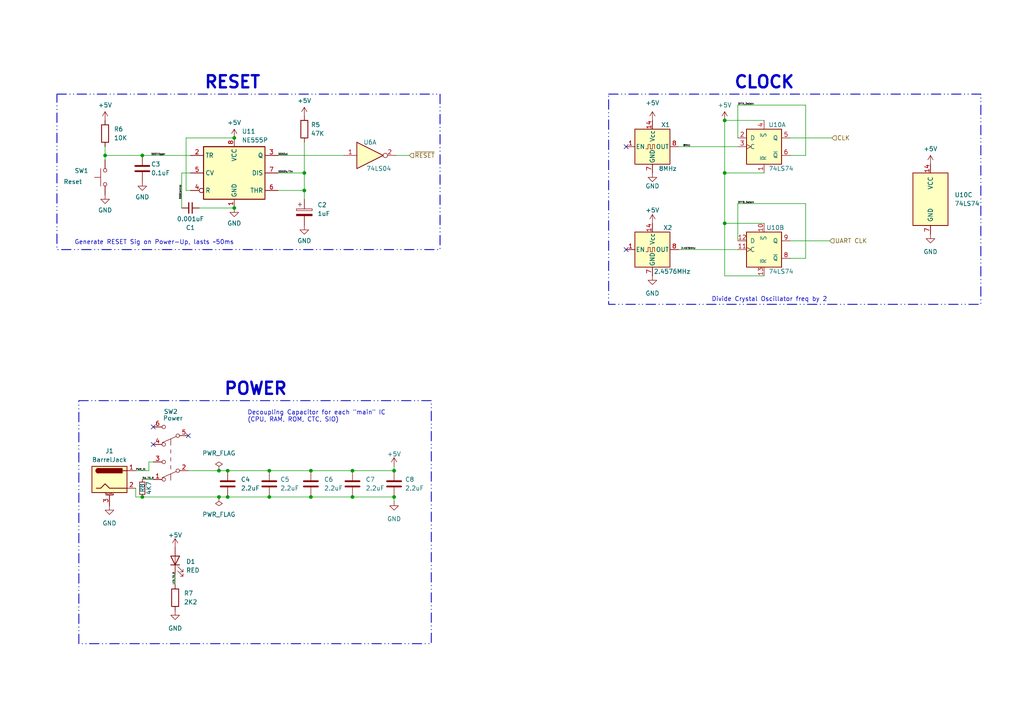
<source format=kicad_sch>
(kicad_sch (version 20230121) (generator eeschema)
  (paper "A4")
  (title_block (title "JML-8-Mini Schematic") (date "2023-10-02") (rev "A") (company "https://github.com/jac-oblong/JML") (comment 1 "Design of Z80 based microcomputer") (comment 3 "Released under MIT License") (comment 4 "Created by: Jacob Long (https://github.com/jac-oblong)"))
  (lib_symbols
    (symbol "74xx:74LS04"
      (property "Reference" "U" (at 0 1.27 0))
      (property "Value" "74LS04" (at 0 -1.27 0))
      (symbol "74LS04_1_0"
        (polyline (pts (xy -3.81 3.81) (xy -3.81 -3.81) (xy 3.81 0) (xy -3.81 3.81)) (stroke (width 0.254)) (fill (type background)))
        (pin input line (at -7.62 0 0) (length 3.81) (name "~") (number "1"))
        (pin output inverted (at 7.62 0 180) (length 3.81) (name "~") (number "2"))
      )
      (symbol "74LS04_2_0"
        (polyline (pts (xy -3.81 3.81) (xy -3.81 -3.81) (xy 3.81 0) (xy -3.81 3.81)) (stroke (width 0.254)) (fill (type background)))
        (pin input line (at -7.62 0 0) (length 3.81) (name "~") (number "3"))
        (pin output inverted (at 7.62 0 180) (length 3.81) (name "~") (number "4"))
      )
      (symbol "74LS04_3_0"
        (polyline (pts (xy -3.81 3.81) (xy -3.81 -3.81) (xy 3.81 0) (xy -3.81 3.81)) (stroke (width 0.254)) (fill (type background)))
        (pin input line (at -7.62 0 0) (length 3.81) (name "~") (number "5"))
        (pin output inverted (at 7.62 0 180) (length 3.81) (name "~") (number "6"))
      )
      (symbol "74LS04_4_0"
        (polyline (pts (xy -3.81 3.81) (xy -3.81 -3.81) (xy 3.81 0) (xy -3.81 3.81)) (stroke (width 0.254)) (fill (type background)))
        (pin output inverted (at 7.62 0 180) (length 3.81) (name "~") (number "8"))
        (pin input line (at -7.62 0 0) (length 3.81) (name "~") (number "9"))
      )
      (symbol "74LS04_5_0"
        (polyline (pts (xy -3.81 3.81) (xy -3.81 -3.81) (xy 3.81 0) (xy -3.81 3.81)) (stroke (width 0.254)) (fill (type background)))
        (pin output inverted (at 7.62 0 180) (length 3.81) (name "~") (number "10"))
        (pin input line (at -7.62 0 0) (length 3.81) (name "~") (number "11"))
      )
      (symbol "74LS04_6_0"
        (polyline (pts (xy -3.81 3.81) (xy -3.81 -3.81) (xy 3.81 0) (xy -3.81 3.81)) (stroke (width 0.254)) (fill (type background)))
        (pin output inverted (at 7.62 0 180) (length 3.81) (name "~") (number "12"))
        (pin input line (at -7.62 0 0) (length 3.81) (name "~") (number "13"))
      )
      (symbol "74LS04_7_0"
        (pin power_in line (at 0 12.7 270) (length 5.08) (name "VCC") (number "14"))
        (pin power_in line (at 0 -12.7 90) (length 5.08) (name "GND") (number "7"))
      )
      (symbol "74LS04_7_1"
        (rectangle (start -5.08 7.62) (end 5.08 -7.62) (stroke (width 0.254)) (fill (type background)))
      )
    )
    (symbol "74xx:74LS74" (pin_names (offset 1.016))
      (property "Reference" "U" (at -7.62 8.89 0))
      (property "Value" "74LS74" (at -7.62 -8.89 0))
      (symbol "74LS74_1_0"
        (pin input line (at 0 -7.62 90) (length 2.54) (name "~{R}") (number "1"))
        (pin input line (at -7.62 2.54 0) (length 2.54) (name "D") (number "2"))
        (pin input clock (at -7.62 0 0) (length 2.54) (name "C") (number "3"))
        (pin input line (at 0 7.62 270) (length 2.54) (name "~{S}") (number "4"))
        (pin output line (at 7.62 2.54 180) (length 2.54) (name "Q") (number "5"))
        (pin output line (at 7.62 -2.54 180) (length 2.54) (name "~{Q}") (number "6"))
      )
      (symbol "74LS74_1_1"
        (rectangle (start -5.08 5.08) (end 5.08 -5.08) (stroke (width 0.254)) (fill (type background)))
      )
      (symbol "74LS74_2_0"
        (pin input line (at 0 7.62 270) (length 2.54) (name "~{S}") (number "10"))
        (pin input clock (at -7.62 0 0) (length 2.54) (name "C") (number "11"))
        (pin input line (at -7.62 2.54 0) (length 2.54) (name "D") (number "12"))
        (pin input line (at 0 -7.62 90) (length 2.54) (name "~{R}") (number "13"))
        (pin output line (at 7.62 -2.54 180) (length 2.54) (name "~{Q}") (number "8"))
        (pin output line (at 7.62 2.54 180) (length 2.54) (name "Q") (number "9"))
      )
      (symbol "74LS74_2_1"
        (rectangle (start -5.08 5.08) (end 5.08 -5.08) (stroke (width 0.254)) (fill (type background)))
      )
      (symbol "74LS74_3_0"
        (pin power_in line (at 0 10.16 270) (length 2.54) (name "VCC") (number "14"))
        (pin power_in line (at 0 -10.16 90) (length 2.54) (name "GND") (number "7"))
      )
      (symbol "74LS74_3_1"
        (rectangle (start -5.08 7.62) (end 5.08 -7.62) (stroke (width 0.254)) (fill (type background)))
      )
    )
    (symbol "Device:C" (pin_numbers hide) (pin_names (offset 0.254))
      (property "Reference" "C" (at 0.635 2.54 0))
      (property "Value" "C" (at 0.635 -2.54 0))
      (symbol "C_0_1"
        (polyline (pts (xy -2.032 -0.762) (xy 2.032 -0.762)) (stroke (width 0.508)))
        (polyline (pts (xy -2.032 0.762) (xy 2.032 0.762)) (stroke (width 0.508)))
      )
      (symbol "C_1_1"
        (pin passive line (at 0 3.81 270) (length 2.794) (name "~") (number "1"))
        (pin passive line (at 0 -3.81 90) (length 2.794) (name "~") (number "2"))
      )
    )
    (symbol "Device:C_Polarized" (pin_numbers hide) (pin_names (offset 0.254))
      (property "Reference" "C" (at 0.635 2.54 0))
      (property "Value" "C_Polarized" (at 0.635 -2.54 0))
      (symbol "C_Polarized_0_1"
        (rectangle (start -2.286 0.508) (end 2.286 1.016))
        (polyline (pts (xy -1.778 2.286) (xy -0.762 2.286)))
        (polyline (pts (xy -1.27 2.794) (xy -1.27 1.778)))
        (rectangle (start 2.286 -0.508) (end -2.286 -1.016) (fill (type outline)))
      )
      (symbol "C_Polarized_1_1"
        (pin passive line (at 0 3.81 270) (length 2.794) (name "~") (number "1"))
        (pin passive line (at 0 -3.81 90) (length 2.794) (name "~") (number "2"))
      )
    )
    (symbol "Device:C_Small" (pin_numbers hide) (pin_names (offset 0.254) hide)
      (property "Reference" "C" (at 0.254 1.778 0))
      (property "Value" "C_Small" (at 0.254 -2.032 0))
      (symbol "C_Small_0_1"
        (polyline (pts (xy -1.524 -0.508) (xy 1.524 -0.508)) (stroke (width 0.3302)))
        (polyline (pts (xy -1.524 0.508) (xy 1.524 0.508)) (stroke (width 0.3048)))
      )
      (symbol "C_Small_1_1"
        (pin passive line (at 0 2.54 270) (length 2.032) (name "~") (number "1"))
        (pin passive line (at 0 -2.54 90) (length 2.032) (name "~") (number "2"))
      )
    )
    (symbol "Device:LED" (pin_numbers hide) (pin_names (offset 1.016) hide)
      (property "Reference" "D" (at 0 2.54 0))
      (property "Value" "LED" (at 0 -2.54 0))
      (symbol "LED_0_1"
        (polyline (pts (xy -1.27 -1.27) (xy -1.27 1.27)) (stroke (width 0.254)))
        (polyline (pts (xy -1.27 0) (xy 1.27 0)))
        (polyline (pts (xy 1.27 -1.27) (xy 1.27 1.27) (xy -1.27 0) (xy 1.27 -1.27)) (stroke (width 0.254)))
        (polyline (pts (xy -3.048 -0.762) (xy -4.572 -2.286) (xy -3.81 -2.286) (xy -4.572 -2.286) (xy -4.572 -1.524)))
        (polyline (pts (xy -1.778 -0.762) (xy -3.302 -2.286) (xy -2.54 -2.286) (xy -3.302 -2.286) (xy -3.302 -1.524)))
      )
      (symbol "LED_1_1"
        (pin passive line (at -3.81 0 0) (length 2.54) (name "K") (number "1"))
        (pin passive line (at 3.81 0 180) (length 2.54) (name "A") (number "2"))
      )
    )
    (symbol "Device:R" (pin_numbers hide) (pin_names (offset 0))
      (property "Reference" "R" (at 2.032 0 90))
      (property "Value" "R" (at 0 0 90))
      (symbol "R_0_1"
        (rectangle (start -1.016 -2.54) (end 1.016 2.54) (stroke (width 0.254)))
      )
      (symbol "R_1_1"
        (pin passive line (at 0 3.81 270) (length 1.27) (name "~") (number "1"))
        (pin passive line (at 0 -3.81 90) (length 1.27) (name "~") (number "2"))
      )
    )
    (symbol "Device:R_Small" (pin_numbers hide) (pin_names (offset 0.254) hide)
      (property "Reference" "R" (at 0.762 0.508 0))
      (property "Value" "R_Small" (at 0.762 -1.016 0))
      (symbol "R_Small_0_1"
        (rectangle (start -0.762 1.778) (end 0.762 -1.778) (stroke (width 0.2032)))
      )
      (symbol "R_Small_1_1"
        (pin passive line (at 0 2.54 270) (length 0.762) (name "~") (number "1"))
        (pin passive line (at 0 -2.54 90) (length 0.762) (name "~") (number "2"))
      )
    )
    (symbol "Oscillator:CXO_DIP14" (pin_names (offset 0.254))
      (property "Reference" "X" (at -5.08 6.35 0))
      (property "Value" "CXO_DIP14" (at 1.27 -6.35 0))
      (symbol "CXO_DIP14_0_1"
        (rectangle (start -5.08 5.08) (end 5.08 -5.08) (stroke (width 0.254)) (fill (type background)))
        (polyline (pts (xy -1.905 -0.635) (xy -1.27 -0.635) (xy -1.27 0.635) (xy -0.635 0.635) (xy -0.635 -0.635) (xy 0 -0.635) (xy 0 0.635) (xy 0.635 0.635) (xy 0.635 -0.635)))
      )
      (symbol "CXO_DIP14_1_1"
        (pin input line (at -7.62 0 0) (length 2.54) (name "EN") (number "1"))
        (pin power_in line (at 0 7.62 270) (length 2.54) (name "Vcc") (number "14"))
        (pin power_in line (at 0 -7.62 90) (length 2.54) (name "GND") (number "7"))
        (pin output line (at 7.62 0 180) (length 2.54) (name "OUT") (number "8"))
      )
    )
    (symbol "Switch:SW_Push" (pin_numbers hide) (pin_names (offset 1.016) hide)
      (property "Reference" "SW" (at 1.27 2.54 0))
      (property "Value" "SW_Push" (at 0 -1.524 0))
      (symbol "SW_Push_0_1"
        (circle (center -2.032 0) (radius 0.508))
        (polyline (pts (xy 0 1.27) (xy 0 3.048)))
        (polyline (pts (xy 2.54 1.27) (xy -2.54 1.27)))
        (circle (center 2.032 0) (radius 0.508))
        (pin passive line (at -5.08 0 0) (length 2.54) (name "1") (number "1"))
        (pin passive line (at 5.08 0 180) (length 2.54) (name "2") (number "2"))
      )
    )
    (symbol "Switch:SW_Push_DPDT" (pin_names (offset 0) hide)
      (property "Reference" "SW" (at 0 8.89 0))
      (property "Value" "SW_Push_DPDT" (at 0 -10.16 0))
      (symbol "SW_Push_DPDT_0_0"
        (circle (center -2.032 -5.08) (radius 0.508))
        (circle (center -2.032 5.08) (radius 0.508))
        (circle (center 2.032 -7.62) (radius 0.508))
        (circle (center 2.032 2.54) (radius 0.508))
      )
      (symbol "SW_Push_DPDT_0_1"
        (polyline (pts (xy -1.524 -4.826) (xy 2.54 -3.048)))
        (polyline (pts (xy -1.524 5.334) (xy 2.54 7.112)))
        (polyline (pts (xy 0 -2.286) (xy 0 -4.064)))
        (polyline (pts (xy 0 -1.016) (xy 0 0)))
        (polyline (pts (xy 0 1.27) (xy 0 2.286)))
        (polyline (pts (xy 0 3.556) (xy 0 4.572)))
        (polyline (pts (xy 0 7.874) (xy 0 6.096)))
        (circle (center 2.032 -2.54) (radius 0.508))
        (circle (center 2.032 7.62) (radius 0.508))
      )
      (symbol "SW_Push_DPDT_1_1"
        (pin passive line (at 5.08 7.62 180) (length 2.54) (name "A") (number "1"))
        (pin passive line (at -5.08 5.08 0) (length 2.54) (name "B") (number "2"))
        (pin passive line (at 5.08 2.54 180) (length 2.54) (name "C") (number "3"))
        (pin passive line (at 5.08 -2.54 180) (length 2.54) (name "A") (number "4"))
        (pin passive line (at -5.08 -5.08 0) (length 2.54) (name "B") (number "5"))
        (pin passive line (at 5.08 -7.62 180) (length 2.54) (name "C") (number "6"))
      )
    )
    (symbol "Timer:NE555P"
      (property "Reference" "U" (at -10.16 8.89 0))
      (property "Value" "NE555P" (at 2.54 8.89 0))
      (symbol "NE555P_0_0"
        (pin power_in line (at 0 -10.16 90) (length 2.54) (name "GND") (number "1"))
        (pin power_in line (at 0 10.16 270) (length 2.54) (name "VCC") (number "8"))
      )
      (symbol "NE555P_0_1"
        (rectangle (start -8.89 -7.62) (end 8.89 7.62) (stroke (width 0.254)) (fill (type background)))
        (rectangle (start -8.89 -7.62) (end 8.89 7.62) (stroke (width 0.254)) (fill (type background)))
      )
      (symbol "NE555P_1_1"
        (pin input line (at -12.7 5.08 0) (length 3.81) (name "TR") (number "2"))
        (pin output line (at 12.7 5.08 180) (length 3.81) (name "Q") (number "3"))
        (pin input inverted (at -12.7 -5.08 0) (length 3.81) (name "R") (number "4"))
        (pin input line (at -12.7 0 0) (length 3.81) (name "CV") (number "5"))
        (pin input line (at 12.7 -5.08 180) (length 3.81) (name "THR") (number "6"))
        (pin input line (at 12.7 0 180) (length 3.81) (name "DIS") (number "7"))
      )
    )
    (symbol "jml-8-mini-library:Barrel_Jack_MountingPin" (pin_names hide)
      (property "Reference" "J" (at 0 5.334 0))
      (property "Value" "BarrelJack" (at 1.27 -6.35 0))
      (symbol "Barrel_Jack_MountingPin_0_1"
        (rectangle (start -5.08 3.81) (end 5.08 -3.81) (stroke (width 0.254)) (fill (type background)))
        (arc (start -3.302 3.175) (mid -3.9343 2.54) (end -3.302 1.905) (stroke (width 0.254)))
        (arc (start -3.302 3.175) (mid -3.9343 2.54) (end -3.302 1.905) (stroke (width 0.254)) (fill (type outline)))
        (polyline (pts (xy 5.08 2.54) (xy 3.81 2.54)) (stroke (width 0.254)))
        (polyline (pts (xy -3.81 -2.54) (xy -2.54 -2.54) (xy -1.27 -1.27) (xy 0 -2.54) (xy 2.54 -2.54) (xy 5.08 -2.54)) (stroke (width 0.254)))
        (rectangle (start 3.683 3.175) (end -3.302 1.905) (stroke (width 0.254)) (fill (type outline)))
      )
      (symbol "Barrel_Jack_MountingPin_1_1"
        (polyline (pts (xy -1.016 -4.572) (xy 1.016 -4.572)) (stroke (width 0.1524)))
        (text "Mounting" (at 0 -4.191 0) (effects (font (size 0.381 0.381))))
        (pin passive line (at 7.62 2.54 180) (length 2.54) (name "~") (number "1"))
        (pin passive line (at 7.62 -2.54 180) (length 2.54) (name "~") (number "2"))
        (pin passive line (at 0 -7.62 90) (length 3.048) (name "MountPin") (number "3"))
      )
    )
    (symbol "power:+5V" (power) (pin_names (offset 0))
      (property "Value" "+5V" (at 0 3.556 0))
      (symbol "+5V_0_1"
        (polyline (pts (xy -0.762 1.27) (xy 0 2.54)))
        (polyline (pts (xy 0 0) (xy 0 2.54)))
        (polyline (pts (xy 0 2.54) (xy 0.762 1.27)))
      )
      (symbol "+5V_1_1"
        (pin power_in line (at 0 0 90) (length 0) hide (name "+5V") (number "1"))
      )
    )
    (symbol "power:GND" (power) (pin_names (offset 0))
      (property "Value" "GND" (at 0 -3.81 0))
      (symbol "GND_0_1"
        (polyline (pts (xy 0 0) (xy 0 -1.27) (xy 1.27 -1.27) (xy 0 -2.54) (xy -1.27 -1.27) (xy 0 -1.27)))
      )
      (symbol "GND_1_1"
        (pin power_in line (at 0 0 270) (length 0) hide (name "GND") (number "1"))
      )
    )
    (symbol "power:PWR_FLAG" (power) (pin_numbers hide) (pin_names (offset 0) hide)
      (property "Value" "PWR_FLAG" (at 0 3.81 0))
      (symbol "PWR_FLAG_0_0"
        (pin power_out line (at 0 0 90) (length 0) (name "pwr") (number "1"))
      )
      (symbol "PWR_FLAG_0_1"
        (polyline (pts (xy 0 0) (xy 0 1.27) (xy -1.016 1.905) (xy 0 2.54) (xy 1.016 1.905) (xy 0 1.27)))
      )
    )
  )
  (junction (at 63.5 144.145))
  (junction (at 41.275 144.145))
  (junction (at 66.04 144.145))
  (junction (at 41.275 45.085))
  (junction (at 67.945 60.325))
  (junction (at 90.17 136.525))
  (junction (at 66.04 136.525))
  (junction (at 78.105 144.145))
  (junction (at 67.945 40.005))
  (junction (at 90.17 144.145))
  (junction (at 63.5 136.525))
  (junction (at 88.265 55.245))
  (junction (at 102.235 136.525))
  (junction (at 114.3 136.525))
  (junction (at 210.185 34.925))
  (junction (at 88.265 50.165))
  (junction (at 210.185 64.77))
  (junction (at 114.3 144.145))
  (junction (at 78.105 136.525))
  (junction (at 30.48 45.085))
  (junction (at 210.185 50.165))
  (junction (at 102.235 144.145))
  (no_connect (at 54.61 126.365))
  (no_connect (at 44.45 123.825))
  (no_connect (at 181.61 42.545))
  (no_connect (at 181.61 72.39))
  (no_connect (at 44.45 128.905))
  (wire (pts (xy 41.275 45.085) (xy 55.245 45.085)))
  (wire (pts (xy 233.68 45.085) (xy 229.235 45.085)))
  (wire (pts (xy 210.185 50.165) (xy 210.185 34.925)))
  (wire (pts (xy 55.245 50.165) (xy 52.705 50.165)))
  (wire (pts (xy 213.995 40.005) (xy 213.995 30.48)))
  (wire (pts (xy 88.265 41.275) (xy 88.265 50.165)))
  (wire (pts (xy 229.235 40.005) (xy 241.3 40.005)))
  (wire (pts (xy 114.935 45.085) (xy 118.745 45.085)))
  (wire (pts (xy 221.615 64.77) (xy 210.185 64.77)))
  (wire (pts (xy 233.68 74.93) (xy 229.235 74.93)))
  (wire (pts (xy 213.995 69.85) (xy 213.995 59.055)))
  (wire (pts (xy 114.3 145.415) (xy 114.3 144.145)))
  (wire (pts (xy 196.85 72.39) (xy 213.995 72.39)))
  (wire (pts (xy 30.48 45.085) (xy 30.48 46.355)))
  (wire (pts (xy 102.235 136.525) (xy 114.3 136.525)))
  (wire (pts (xy 210.185 50.165) (xy 210.185 64.77)))
  (wire (pts (xy 39.37 144.145) (xy 39.37 141.605)))
  (wire (pts (xy 90.17 144.145) (xy 102.235 144.145)))
  (wire (pts (xy 221.615 80.01) (xy 210.185 80.01)))
  (wire (pts (xy 210.185 50.165) (xy 221.615 50.165)))
  (wire (pts (xy 80.645 50.165) (xy 88.265 50.165)))
  (wire (pts (xy 90.17 136.525) (xy 102.235 136.525)))
  (wire (pts (xy 114.3 136.525) (xy 114.3 135.255)))
  (wire (pts (xy 53.975 40.005) (xy 67.945 40.005)))
  (wire (pts (xy 52.705 50.165) (xy 52.705 60.325)))
  (wire (pts (xy 233.68 30.48) (xy 233.68 45.085)))
  (wire (pts (xy 80.645 55.245) (xy 88.265 55.245)))
  (wire (pts (xy 43.18 136.525) (xy 43.18 133.985)))
  (wire (pts (xy 53.975 55.245) (xy 53.975 40.005)))
  (wire (pts (xy 50.8 166.37) (xy 50.8 169.545)))
  (wire (pts (xy 213.995 30.48) (xy 233.68 30.48)))
  (wire (pts (xy 88.265 57.785) (xy 88.265 55.245)))
  (wire (pts (xy 102.235 144.145) (xy 114.3 144.145)))
  (wire (pts (xy 66.04 136.525) (xy 78.105 136.525)))
  (wire (pts (xy 80.645 45.085) (xy 99.695 45.085)))
  (wire (pts (xy 30.48 42.545) (xy 30.48 45.085)))
  (wire (pts (xy 88.265 50.165) (xy 88.265 55.245)))
  (wire (pts (xy 41.275 139.065) (xy 44.45 139.065)))
  (wire (pts (xy 229.235 69.85) (xy 240.665 69.85)))
  (wire (pts (xy 54.61 136.525) (xy 63.5 136.525)))
  (wire (pts (xy 39.37 144.145) (xy 41.275 144.145)))
  (wire (pts (xy 63.5 136.525) (xy 66.04 136.525)))
  (wire (pts (xy 210.185 34.925) (xy 221.615 34.925)))
  (wire (pts (xy 213.995 59.055) (xy 233.68 59.055)))
  (wire (pts (xy 78.105 144.145) (xy 90.17 144.145)))
  (wire (pts (xy 63.5 144.145) (xy 66.04 144.145)))
  (wire (pts (xy 39.37 136.525) (xy 43.18 136.525)))
  (wire (pts (xy 55.245 55.245) (xy 53.975 55.245)))
  (wire (pts (xy 210.185 64.77) (xy 210.185 80.01)))
  (wire (pts (xy 66.04 144.145) (xy 78.105 144.145)))
  (wire (pts (xy 41.275 144.145) (xy 63.5 144.145)))
  (wire (pts (xy 78.105 136.525) (xy 90.17 136.525)))
  (wire (pts (xy 233.68 59.055) (xy 233.68 74.93)))
  (wire (pts (xy 196.85 42.545) (xy 213.995 42.545)))
  (wire (pts (xy 30.48 45.085) (xy 41.275 45.085)))
  (wire (pts (xy 57.785 60.325) (xy 67.945 60.325)))
  (wire (pts (xy 43.18 133.985) (xy 44.45 133.985)))
  (rectangle (start 176.53 27.305) (end 284.48 88.265) (stroke (width 0.25) (type dash_dot_dot)))
  (rectangle (start 22.86 116.205) (end 125.095 186.69) (stroke (width 0.25) (type dash_dot_dot)))
  (rectangle (start 16.51 27.305) (end 127.635 72.39) (stroke (width 0.25) (type dash_dot_dot)))
  (text "Generate RESET Sig on Power-Up, lasts ~50ms" (at 21.59 71.12 0) (effects (font (size 1.27 1.27)) (justify left bottom)))
  (text "RESET" (at 59.055 26.035 0) (effects (font (size 3.5 3.5) bold) (justify left bottom)))
  (text "CLOCK" (at 212.725 26.035 0) (effects (font (size 3.5 3.5) (thickness 0.7) bold) (justify left bottom)))
  (text "POWER" (at 64.77 114.935 0) (effects (font (size 3.5 3.5) bold) (justify left bottom)))
  (text "Divide Crystal Oscillator freq by 2" (at 206.375 87.63 0) (effects (font (size 1.27 1.27)) (justify left bottom)))
  (text "Decoupling Capacitor for each \"main\" IC\n(CPU, RAM, ROM, CTC, SIO)" (at 71.755 122.555 0) (effects (font (size 1.27 1.27)) (justify left bottom)))
  (label "DFFB_DataIn" (at 213.995 59.055 0) (effects (font (size 0.5 0.5))))
  (label "PWR_IN" (at 39.37 136.525 0) (effects (font (size 0.5 0.5))))
  (label "8MHz" (at 198.12 42.545 0) (effects (font (size 0.5 0.5))))
  (label "DFFA_DataIn" (at 213.995 30.48 0) (effects (font (size 0.5 0.5))))
  (label "555Dis{slash}Thr" (at 80.645 50.165 0) (effects (font (size 0.5 0.5))))
  (label "LED_TO_R" (at 50.8 169.545 90) (effects (font (size 0.5 0.5))))
  (label "SW_TO_R" (at 41.275 139.065 0) (effects (font (size 0.5 0.5))))
  (label "2.4576MHz" (at 197.485 72.39 0) (effects (font (size 0.5 0.5))))
  (label "555Control" (at 52.705 57.785 90) (effects (font (size 0.5 0.5))))
  (label "555Out" (at 80.645 45.085 0) (effects (font (size 0.5 0.5))))
  (label "555Trigger" (at 43.815 45.085 0) (effects (font (size 0.5 0.5))))
  (hierarchical_label "UART CLK" (shape input) (at 240.665 69.85 0))
  (hierarchical_label "CLK" (shape input) (at 241.3 40.005 0))
  (hierarchical_label "~{RESET}" (shape input) (at 118.745 45.085 0))
  (symbol (lib_id "74xx:74LS74") (at 221.615 72.39 0) (unit 2)
    (property "Reference" "U10" (at 222.25 66.04 0) (effects (justify left)))
    (property "Value" "74LS74" (at 222.885 78.74 0) (effects (justify left)))
    (property "Footprint" "Package_DIP:DIP-14_W7.62mm_Socket_LongPads" (effects hide))
    (property "Datasheet" "74xx/74hc_hct74.pdf" (effects hide))
  )
  (symbol (lib_id "Oscillator:CXO_DIP14") (at 189.23 72.39 0) (unit 1)
    (property "Reference" "X2" (at 193.675 66.04 0))
    (property "Value" "2.4576MHz" (at 194.945 78.74 0))
    (property "Footprint" "Oscillator:Oscillator_DIP-14" (effects hide))
    (property "Datasheet" "http://cdn-reichelt.de/documents/datenblatt/B400/OSZI.pdf" (effects hide))
  )
  (symbol (lib_id "74xx:74LS74") (at 269.875 57.785 0) (unit 3)
    (property "Reference" "U10" (at 276.86 56.515 0) (effects (justify left)))
    (property "Value" "74LS74" (at 276.86 59.055 0) (effects (justify left)))
    (property "Footprint" "Package_DIP:DIP-14_W7.62mm_Socket_LongPads" (effects hide))
    (property "Datasheet" "74xx/74hc_hct74.pdf" (effects hide))
  )
  (symbol (lib_id "Switch:SW_Push") (at 30.48 51.435 90) (unit 1)
    (property "Reference" "SW1" (at 21.59 49.53 90) (effects (justify right)))
    (property "Value" "Reset" (at 18.415 52.705 90) (effects (justify right)))
    (property "Footprint" "Button_Switch_THT:SW_Tactile_Straight_KSA0Axx1LFTR" (effects hide))
  )
  (symbol (lib_id "power:GND") (at 88.265 65.405 0) (unit 1)
    (property "Reference" "#PWR033" (effects hide))
    (property "Value" "GND" (at 88.265 69.85 0))
  )
  (symbol (lib_id "Device:R") (at 50.8 173.355 0) (unit 1)
    (property "Reference" "R7" (at 53.34 172.085 0) (effects (justify left)))
    (property "Value" "2K2" (at 53.34 174.625 0) (effects (justify left)))
    (property "Footprint" "Resistor_THT:R_Axial_DIN0207_L6.3mm_D2.5mm_P7.62mm_Horizontal" (effects hide))
  )
  (symbol (lib_id "Device:C") (at 102.235 140.335 0) (unit 1)
    (property "Reference" "C7" (at 106.045 139.065 0) (effects (justify left)))
    (property "Value" "2.2uF" (at 106.045 141.605 0) (effects (justify left)))
    (property "Footprint" "Capacitor_THT:C_Disc_D5.0mm_W2.5mm_P5.00mm" (effects hide))
  )
  (symbol (lib_id "power:GND") (at 114.3 145.415 0) (unit 1)
    (property "Reference" "#PWR02" (effects hide))
    (property "Value" "GND" (at 114.3 150.495 0))
    (instances (project "jml-8-mini" (path "" (reference "#PWR02") (unit 1)) (path "" (reference "#PWR04") (unit 1))))
  )
  (symbol (lib_id "power:+5V") (at 50.8 158.75 0) (unit 1)
    (property "Reference" "#PWR04" (effects hide))
    (property "Value" "+5V" (at 50.8 155.194 0))
    (instances (project "jml-8-mini" (path "" (reference "#PWR04") (unit 1)) (path "" (reference "#PWR037") (unit 1))))
  )
  (symbol (lib_id "power:+5V") (at 88.265 33.655 0) (unit 1)
    (property "Reference" "#PWR032" (effects hide))
    (property "Value" "+5V" (at 88.265 29.21 0))
  )
  (symbol (lib_id "Device:R_Small") (at 41.275 141.605 0) (unit 1)
    (property "Reference" "R8" (at 41.275 142.875 90) (effects (justify left)))
    (property "Value" "4K7" (at 43.18 143.51 90) (effects (justify left)))
    (property "Footprint" "Resistor_THT:R_Axial_DIN0207_L6.3mm_D2.5mm_P7.62mm_Horizontal" (effects hide))
  )
  (symbol (lib_id "jml-8-mini-library:Barrel_Jack_MountingPin") (at 31.75 139.065 0) (unit 1)
    (property "Reference" "J1" (at 31.75 130.81 0))
    (property "Value" "BarrelJack" (at 31.75 133.35 0))
    (property "Footprint" "Connector_BarrelJack:BarrelJack_Horizontal" (effects hide))
  )
  (symbol (lib_id "power:GND") (at 41.275 52.705 0) (unit 1)
    (property "Reference" "#PWR034" (effects hide))
    (property "Value" "GND" (at 41.275 57.15 0))
  )
  (symbol (lib_id "power:+5V") (at 189.23 64.77 0) (unit 1)
    (property "Reference" "#PWR023" (effects hide))
    (property "Value" "+5V" (at 189.23 60.96 0))
  )
  (symbol (lib_id "Device:C") (at 78.105 140.335 0) (unit 1)
    (property "Reference" "C5" (at 81.28 139.065 0) (effects (justify left)))
    (property "Value" "2.2uF" (at 81.28 141.605 0) (effects (justify left)))
    (property "Footprint" "Capacitor_THT:C_Disc_D5.0mm_W2.5mm_P5.00mm" (effects hide))
  )
  (symbol (lib_id "Device:R") (at 88.265 37.465 0) (unit 1)
    (property "Reference" "R5" (at 90.17 36.195 0) (effects (justify left)))
    (property "Value" "47K" (at 90.17 38.735 0) (effects (justify left)))
    (property "Footprint" "Resistor_THT:R_Axial_DIN0207_L6.3mm_D2.5mm_P7.62mm_Horizontal" (effects hide))
  )
  (symbol (lib_id "power:GND") (at 189.23 80.01 0) (unit 1)
    (property "Reference" "#PWR026" (effects hide))
    (property "Value" "GND" (at 189.23 85.09 0))
  )
  (symbol (lib_id "Device:C") (at 66.04 140.335 0) (unit 1)
    (property "Reference" "C4" (at 69.85 139.065 0) (effects (justify left)))
    (property "Value" "2.2uF" (at 69.85 141.605 0) (effects (justify left)))
    (property "Footprint" "Capacitor_THT:C_Disc_D5.0mm_W2.5mm_P5.00mm" (effects hide))
  )
  (symbol (lib_id "power:GND") (at 31.75 146.685 0) (unit 1)
    (property "Reference" "#PWR02" (effects hide))
    (property "Value" "GND" (at 31.75 151.765 0))
    (instances (project "jml-8-mini" (path "" (reference "#PWR02") (unit 1)) (path "" (reference "#PWR051") (unit 1))))
  )
  (symbol (lib_id "power:+5V") (at 210.185 34.925 0) (unit 1)
    (property "Reference" "#PWR027" (effects hide))
    (property "Value" "+5V" (at 210.185 30.48 0))
  )
  (symbol (lib_id "Device:LED") (at 50.8 162.56 90) (unit 1)
    (property "Reference" "D1" (at 53.975 162.8775 90) (effects (justify right)))
    (property "Value" "RED" (at 53.975 165.4175 90) (effects (justify right)))
    (property "Footprint" "LED_THT:LED_D5.0mm" (effects hide))
  )
  (symbol (lib_id "power:GND") (at 67.945 60.325 0) (unit 1)
    (property "Reference" "#PWR031" (effects hide))
    (property "Value" "GND" (at 67.945 64.77 0))
  )
  (symbol (lib_id "power:+5V") (at 269.875 47.625 0) (unit 1)
    (property "Reference" "#PWR028" (effects hide))
    (property "Value" "+5V" (at 269.875 43.18 0))
  )
  (symbol (lib_id "power:GND") (at 189.23 50.165 0) (unit 1)
    (property "Reference" "#PWR025" (effects hide))
    (property "Value" "GND" (at 189.23 53.975 0))
  )
  (symbol (lib_id "power:GND") (at 30.48 56.515 0) (unit 1)
    (property "Reference" "#PWR035" (effects hide))
    (property "Value" "GND" (at 30.48 60.96 0))
  )
  (symbol (lib_id "74xx:74LS74") (at 221.615 42.545 0) (unit 1)
    (property "Reference" "U10" (at 222.885 36.195 0) (effects (justify left)))
    (property "Value" "74LS74" (at 222.885 48.895 0) (effects (justify left)))
    (property "Footprint" "Package_DIP:DIP-14_W7.62mm_Socket_LongPads" (effects hide))
    (property "Datasheet" "74xx/74hc_hct74.pdf" (effects hide))
  )
  (symbol (lib_id "power:GND") (at 269.875 67.945 0) (unit 1)
    (property "Reference" "#PWR029" (effects hide))
    (property "Value" "GND" (at 269.875 73.025 0))
  )
  (symbol (lib_id "power:GND") (at 50.8 177.165 0) (unit 1)
    (property "Reference" "#PWR02" (effects hide))
    (property "Value" "GND" (at 50.8 182.245 0))
    (instances (project "jml-8-mini" (path "" (reference "#PWR02") (unit 1)) (path "" (reference "#PWR038") (unit 1))))
  )
  (symbol (lib_id "Device:C_Polarized") (at 88.265 61.595 0) (unit 1)
    (property "Reference" "C2" (at 92.075 59.436 0) (effects (justify left)))
    (property "Value" "1uF" (at 92.075 61.976 0) (effects (justify left)))
    (property "Footprint" "Capacitor_THT:C_Disc_D5.0mm_W2.5mm_P5.00mm" (effects hide))
  )
  (symbol (lib_id "Switch:SW_Push_DPDT") (at 49.53 131.445 180) (unit 1)
    (property "Reference" "SW2" (at 49.53 119.38 0))
    (property "Value" "Power" (at 50.165 121.285 0))
    (property "Footprint" "Button_Switch_THT:SW_Push_2P2T_Toggle_CK_PVA2xxH1xxxxxxV2" (effects hide))
  )
  (symbol (lib_id "power:+5V") (at 114.3 135.255 0) (unit 1)
    (property "Reference" "#PWR04" (effects hide))
    (property "Value" "+5V" (at 114.3 131.699 0))
    (instances (project "jml-8-mini" (path "" (reference "#PWR04") (unit 1)) (path "" (reference "#PWR02") (unit 1))))
  )
  (symbol (lib_id "power:+5V") (at 30.48 34.925 0) (unit 1)
    (property "Reference" "#PWR036" (effects hide))
    (property "Value" "+5V" (at 30.48 30.48 0))
  )
  (symbol (lib_id "Device:C") (at 114.3 140.335 0) (unit 1)
    (property "Reference" "C8" (at 117.475 139.065 0) (effects (justify left)))
    (property "Value" "2.2uF" (at 117.475 141.605 0) (effects (justify left)))
    (property "Footprint" "Capacitor_THT:C_Disc_D5.0mm_W2.5mm_P5.00mm" (effects hide))
  )
  (symbol (lib_id "Device:R") (at 30.48 38.735 0) (unit 1)
    (property "Reference" "R6" (at 33.02 37.465 0) (effects (justify left)))
    (property "Value" "10K" (at 33.02 40.005 0) (effects (justify left)))
    (property "Footprint" "Resistor_THT:R_Axial_DIN0207_L6.3mm_D2.5mm_P7.62mm_Horizontal" (effects hide))
  )
  (symbol (lib_id "Device:C") (at 90.17 140.335 0) (unit 1)
    (property "Reference" "C6" (at 93.98 139.065 0) (effects (justify left)))
    (property "Value" "2.2uF" (at 93.98 141.605 0) (effects (justify left)))
    (property "Footprint" "Capacitor_THT:C_Disc_D5.0mm_W2.5mm_P5.00mm" (effects hide))
  )
  (symbol (lib_id "power:PWR_FLAG") (at 63.5 144.145 0) (mirror x) (unit 1)
    (property "Reference" "#FLG02" (effects hide))
    (property "Value" "PWR_FLAG" (at 63.5 149.225 0))
  )
  (symbol (lib_id "74xx:74LS04") (at 107.315 45.085 0) (unit 1)
    (property "Reference" "U6" (at 107.315 41.275 0))
    (property "Value" "74LS04" (at 109.855 48.895 0))
    (property "Footprint" "Package_DIP:DIP-14_W7.62mm_Socket_LongPads" (effects hide))
    (property "Datasheet" "http://www.ti.com/lit/gpn/sn74LS04" (effects hide))
  )
  (symbol (lib_id "Device:C") (at 41.275 48.895 0) (unit 1)
    (property "Reference" "C3" (at 43.815 47.625 0) (effects (justify left)))
    (property "Value" "0.1uF" (at 43.815 50.165 0) (effects (justify left)))
    (property "Footprint" "Capacitor_THT:CP_Radial_D5.0mm_P2.50mm" (effects hide))
  )
  (symbol (lib_id "power:+5V") (at 67.945 40.005 0) (unit 1)
    (property "Reference" "#PWR030" (effects hide))
    (property "Value" "+5V" (at 67.945 35.56 0))
  )
  (symbol (lib_id "Timer:NE555P") (at 67.945 50.165 0) (unit 1)
    (property "Reference" "U11" (at 70.1391 38.1 0) (effects (justify left)))
    (property "Value" "NE555P" (at 70.1391 40.64 0) (effects (justify left)))
    (property "Footprint" "Package_DIP:DIP-8_W7.62mm_Socket_LongPads" (effects hide))
    (property "Datasheet" "http://www.ti.com/lit/ds/symlink/ne555.pdf" (effects hide))
  )
  (symbol (lib_id "power:PWR_FLAG") (at 63.5 136.525 0) (unit 1)
    (property "Reference" "#FLG01" (effects hide))
    (property "Value" "PWR_FLAG" (at 63.5 131.445 0))
  )
  (symbol (lib_id "power:+5V") (at 189.23 34.925 0) (unit 1)
    (property "Reference" "#PWR024" (effects hide))
    (property "Value" "+5V" (at 189.23 29.845 0))
  )
  (symbol (lib_id "Oscillator:CXO_DIP14") (at 189.23 42.545 0) (unit 1)
    (property "Reference" "X1" (at 193.04 36.195 0))
    (property "Value" "8MHz" (at 193.675 48.895 0))
    (property "Footprint" "Oscillator:Oscillator_DIP-14" (effects hide))
    (property "Datasheet" "http://cdn-reichelt.de/documents/datenblatt/B400/OSZI.pdf" (effects hide))
  )
  (symbol (lib_id "Device:C_Small") (at 55.245 60.325 270) (unit 1)
    (property "Reference" "C1" (at 55.245 66.04 90))
    (property "Value" "0.001uF" (at 55.245 63.5 90))
    (property "Footprint" "Capacitor_THT:C_Disc_D5.0mm_W2.5mm_P5.00mm" (effects hide))
  )
)
</source>
